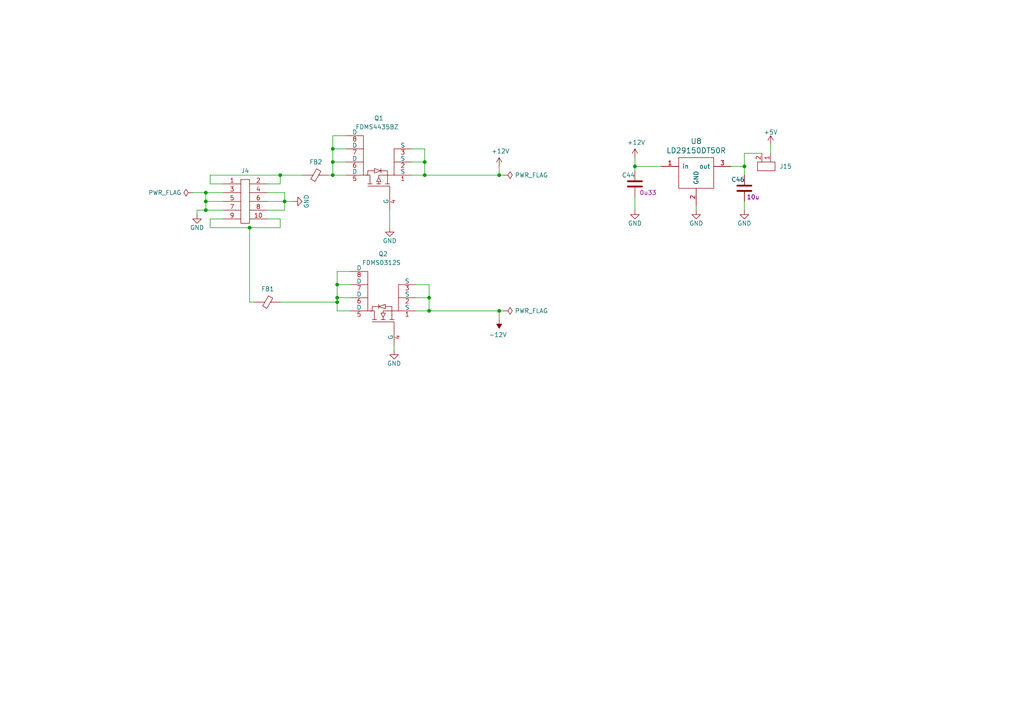
<source format=kicad_sch>
(kicad_sch (version 20211123) (generator eeschema)
  (paper "A4")
  (lib_symbols
    (symbol "capacitors_smd:0.33uf_0603_25V" (pin_numbers hide) (pin_names (offset 0.254))
      (property "Reference" "C" (at 0.635 2.54 0))
      (property "Display" "0u33" (at 5.461 0.127 0))
      (symbol "0.33uf_0603_25V_0_1"
        (polyline (pts (xy -2.032 -0.762) (xy 2.032 -0.762)) (stroke (width 0.508)))
        (polyline (pts (xy -2.032 0.762) (xy 2.032 0.762)) (stroke (width 0.508)))
      )
      (symbol "0.33uf_0603_25V_1_1"
        (pin passive line (at 0 3.81 270) (length 2.794) (name "~") (number "1"))
        (pin passive line (at 0 -3.81 90) (length 2.794) (name "~") (number "2"))
      )
    )
    (symbol "capacitors_smd:10uf_0603_25V" (pin_numbers hide) (pin_names (offset 0.254))
      (property "Reference" "C" (at 0.635 2.54 0))
      (property "Display" "10u" (at 5.461 0 0))
      (symbol "10uf_0603_25V_0_1"
        (polyline (pts (xy -2.032 -0.762) (xy 2.032 -0.762)) (stroke (width 0.508)))
        (polyline (pts (xy -2.032 0.762) (xy 2.032 0.762)) (stroke (width 0.508)))
      )
      (symbol "10uf_0603_25V_1_1"
        (pin passive line (at 0 3.81 270) (length 2.794) (name "~") (number "1"))
        (pin passive line (at 0 -3.81 90) (length 2.794) (name "~") (number "2"))
      )
    )
    (symbol "connectors:10_POS_PIN_HEADER_ALT" (pin_names (offset 1.016))
      (property "Reference" "J" (at 0 6.35 0))
      (symbol "10_POS_PIN_HEADER_ALT_0_1"
        (rectangle (start -1.27 5.08) (end 1.27 -7.62))
      )
      (symbol "10_POS_PIN_HEADER_ALT_1_1"
        (pin passive line (at -6.35 3.81 0) (length 5.08) (name "~") (number "1"))
        (pin passive line (at 6.35 -6.35 180) (length 5.08) (name "~") (number "10"))
        (pin passive line (at 6.35 3.81 180) (length 5.08) (name "~") (number "2"))
        (pin passive line (at -6.35 1.27 0) (length 5.08) (name "~") (number "3"))
        (pin passive line (at 6.35 1.27 180) (length 5.08) (name "~") (number "4"))
        (pin passive line (at -6.35 -1.27 0) (length 5.08) (name "~") (number "5"))
        (pin passive line (at 6.35 -1.27 180) (length 5.08) (name "~") (number "6"))
        (pin passive line (at -6.35 -3.81 0) (length 5.08) (name "~") (number "7"))
        (pin passive line (at 6.35 -3.81 180) (length 5.08) (name "~") (number "8"))
        (pin passive line (at -6.35 -6.35 0) (length 5.08) (name "~") (number "9"))
      )
    )
    (symbol "connectors:2x1_PIN_HEADER" (pin_names (offset 1.016))
      (property "Reference" "J" (at 0 0 0))
      (symbol "2x1_PIN_HEADER_0_1"
        (rectangle (start -2.54 1.27) (end 2.54 -1.27))
      )
      (symbol "2x1_PIN_HEADER_1_1"
        (pin passive line (at -1.27 -3.81 90) (length 2.54) (name "~") (number "1"))
        (pin passive line (at 1.27 -3.81 90) (length 2.54) (name "~") (number "2"))
      )
    )
    (symbol "inductors:FB_HZ0805" (pin_numbers hide) (pin_names (offset 0))
      (property "Reference" "FB" (at -1.27 4.064 0))
      (symbol "FB_HZ0805_0_1"
        (polyline (pts (xy -1.016 0) (xy -1.4224 0)))
        (polyline (pts (xy 1.27 0) (xy 0.6604 0)))
        (polyline (pts (xy -0.4064 -1.8288) (xy -1.6256 -1.1176) (xy 0.0762 1.8288) (xy 1.2954 1.1176) (xy -0.4064 -1.8288)))
      )
      (symbol "FB_HZ0805_1_1"
        (pin passive line (at -3.81 0 0) (length 2.54) (name "") (number "1"))
        (pin passive line (at 3.81 0 180) (length 2.54) (name "") (number "2"))
      )
    )
    (symbol "power:+12V" (power) (pin_names (offset 0))
      (property "Value" "+12V" (at 0 3.556 0))
      (symbol "+12V_0_1"
        (polyline (pts (xy -0.762 1.27) (xy 0 2.54)))
        (polyline (pts (xy 0 0) (xy 0 2.54)))
        (polyline (pts (xy 0 2.54) (xy 0.762 1.27)))
      )
      (symbol "+12V_1_1"
        (pin power_in line (at 0 0 90) (length 0) hide (name "+12V") (number "1"))
      )
    )
    (symbol "power:+5V" (power) (pin_names (offset 0))
      (property "Value" "+5V" (at 0 3.556 0))
      (symbol "+5V_0_1"
        (polyline (pts (xy -0.762 1.27) (xy 0 2.54)))
        (polyline (pts (xy 0 0) (xy 0 2.54)))
        (polyline (pts (xy 0 2.54) (xy 0.762 1.27)))
      )
      (symbol "+5V_1_1"
        (pin power_in line (at 0 0 90) (length 0) hide (name "+5V") (number "1"))
      )
    )
    (symbol "power:-12V" (power) (pin_names (offset 0))
      (property "Value" "-12V" (at 0 3.81 0))
      (symbol "-12V_0_0"
        (pin power_in line (at 0 0 90) (length 0) hide (name "-12V") (number "1"))
      )
      (symbol "-12V_0_1"
        (polyline (pts (xy 0 0) (xy 0 1.27) (xy 0.762 1.27) (xy 0 2.54) (xy -0.762 1.27) (xy 0 1.27)) (fill (type outline)))
      )
    )
    (symbol "power:GND" (power) (pin_names (offset 0))
      (property "Value" "GND" (at 0 -3.81 0))
      (symbol "GND_0_1"
        (polyline (pts (xy 0 0) (xy 0 -1.27) (xy 1.27 -1.27) (xy 0 -2.54) (xy -1.27 -1.27) (xy 0 -1.27)))
      )
      (symbol "GND_1_1"
        (pin power_in line (at 0 0 270) (length 0) hide (name "GND") (number "1"))
      )
    )
    (symbol "power:PWR_FLAG" (power) (pin_numbers hide) (pin_names (offset 0) hide)
      (property "Value" "PWR_FLAG" (at 0 3.81 0))
      (symbol "PWR_FLAG_0_0"
        (pin power_out line (at 0 0 90) (length 0) (name "pwr") (number "1"))
      )
      (symbol "PWR_FLAG_0_1"
        (polyline (pts (xy 0 0) (xy 0 1.27) (xy -1.016 1.905) (xy 0 2.54) (xy 1.016 1.905) (xy 0 1.27)))
      )
    )
    (symbol "regulators:LD29150DT50R" (pin_names (offset 1.016))
      (property "Reference" "U" (at 2.54 -3.81 0))
      (property "Value" "LD29150DT50R" (at 0 7.62 0))
      (symbol "LD29150DT50R_0_1"
        (rectangle (start -5.08 6.35) (end 5.08 -2.54))
      )
      (symbol "LD29150DT50R_1_1"
        (pin power_in line (at -10.16 3.81 0) (length 5.08) (name "in") (number "1"))
        (pin power_in line (at 0 -7.62 90) (length 5.08) (name "GND") (number "2"))
        (pin power_out line (at 10.16 3.81 180) (length 5.08) (name "out") (number "3"))
      )
    )
    (symbol "transistors:FDMS0312S " (pin_names (offset 0))
      (property "Reference" "Q" (at 3.81 -6.35 90))
      (property "Value" "FDMS0312S " (at -11.43 16.51 0))
      (symbol "FDMS0312S _0_1"
        (polyline (pts (xy -7.62 0) (xy -7.62 11.43)))
        (polyline (pts (xy -7.62 0) (xy -6.35 0)))
        (polyline (pts (xy -6.35 -2.54) (xy -5.08 -2.54)))
        (polyline (pts (xy -5.715 -2.54) (xy -5.715 -1.27)))
        (polyline (pts (xy -5.715 -1.27) (xy -5.715 -0.635)))
        (polyline (pts (xy -3.81 -2.54) (xy -2.54 -2.54)))
        (polyline (pts (xy -1.27 -2.54) (xy 0 -2.54)))
        (polyline (pts (xy -0.635 -2.54) (xy -0.635 -1.27)))
        (polyline (pts (xy -5.715 -0.635) (xy -5.715 0) (xy -6.35 0)))
        (polyline (pts (xy -0.635 -1.27) (xy -0.635 0) (xy 1.27 0)))
        (polyline (pts (xy 0 -5.08) (xy 0 -3.175) (xy -6.35 -3.175)))
        (polyline (pts (xy 1.27 0) (xy 1.27 3.81) (xy 1.27 7.62)))
        (polyline (pts (xy -4.445 1.27) (xy -6.35 1.27) (xy -6.35 0) (xy -6.985 0)))
        (polyline (pts (xy -4.445 1.27) (xy -4.445 0.635) (xy -4.445 1.27) (xy -4.445 1.905)))
        (polyline (pts (xy -0.635 0) (xy -0.635 1.27) (xy -2.54 1.27) (xy -2.54 1.905) (xy -4.445 1.27) (xy -2.54 0.635) (xy -2.54 1.27)))
        (polyline (pts (xy -3.175 -2.54) (xy -3.175 -1.905) (xy -3.81 -0.635) (xy -3.175 -1.905) (xy -2.54 -0.635) (xy -3.81 -0.635) (xy -3.175 -0.635) (xy -3.175 0) (xy -0.635 0)))
      )
      (symbol "FDMS0312S _1_1"
        (pin passive line (at 6.35 0 180) (length 5.08) (name "S") (number "1"))
        (pin passive line (at 6.35 3.81 180) (length 5.08) (name "S") (number "2"))
        (pin passive line (at 6.35 7.62 180) (length 5.08) (name "S") (number "3"))
        (pin passive line (at 0 -10.16 90) (length 5.08) (name "G") (number "4"))
        (pin passive line (at -12.7 0 0) (length 5.08) (name "D") (number "5"))
        (pin passive line (at -12.7 3.81 0) (length 5.08) (name "D") (number "6"))
        (pin passive line (at -12.7 7.62 0) (length 5.08) (name "D") (number "7"))
        (pin passive line (at -12.7 11.43 0) (length 5.08) (name "D") (number "8"))
      )
    )
    (symbol "transistors:FDMS4435BZ " (pin_names (offset 0))
      (property "Reference" "Q" (at 3.81 -6.35 90))
      (property "Value" "FDMS4435BZ " (at -11.43 16.51 0))
      (symbol "FDMS4435BZ _0_1"
        (polyline (pts (xy -7.62 0) (xy -7.62 11.43)))
        (polyline (pts (xy -7.62 0) (xy -6.35 0)))
        (polyline (pts (xy -6.35 -2.54) (xy -5.08 -2.54)))
        (polyline (pts (xy -5.715 -2.54) (xy -5.715 -1.27)))
        (polyline (pts (xy -5.715 -1.27) (xy -5.715 -0.635)))
        (polyline (pts (xy -3.81 -2.54) (xy -2.54 -2.54)))
        (polyline (pts (xy -1.27 -2.54) (xy 0 -2.54)))
        (polyline (pts (xy -0.635 -2.54) (xy -0.635 -1.27)))
        (polyline (pts (xy -5.715 -0.635) (xy -5.715 0) (xy -6.35 0)))
        (polyline (pts (xy -3.175 -0.635) (xy -3.175 0) (xy -0.635 0)))
        (polyline (pts (xy -2.54 1.27) (xy -0.635 1.27) (xy -0.635 0)))
        (polyline (pts (xy -2.54 1.905) (xy -2.54 0.635) (xy -2.54 1.27)))
        (polyline (pts (xy -0.635 -1.27) (xy -0.635 0) (xy 1.27 0)))
        (polyline (pts (xy 0 -5.08) (xy 0 -3.175) (xy -6.35 -3.175)))
        (polyline (pts (xy 1.27 0) (xy 1.27 3.81) (xy 1.27 7.62)))
        (polyline (pts (xy -4.445 1.27) (xy -6.35 1.27) (xy -6.35 0) (xy -6.985 0)))
        (polyline (pts (xy -4.445 1.905) (xy -4.445 0.635) (xy -2.54 1.27) (xy -4.445 1.905) (xy -2.54 1.27)))
        (polyline (pts (xy -3.175 -2.54) (xy -3.175 -1.905) (xy -3.81 -1.905) (xy -3.175 -0.635) (xy -2.54 -1.905) (xy -3.175 -1.905)))
      )
      (symbol "FDMS4435BZ _1_1"
        (pin passive line (at 6.35 0 180) (length 5.08) (name "S") (number "1"))
        (pin passive line (at 6.35 3.81 180) (length 5.08) (name "S") (number "2"))
        (pin passive line (at 6.35 7.62 180) (length 5.08) (name "S") (number "3"))
        (pin passive line (at 0 -10.16 90) (length 5.08) (name "G") (number "4"))
        (pin passive line (at -12.7 0 0) (length 5.08) (name "D") (number "5"))
        (pin passive line (at -12.7 3.81 0) (length 5.08) (name "D") (number "6"))
        (pin passive line (at -12.7 7.62 0) (length 5.08) (name "D") (number "7"))
        (pin passive line (at -12.7 11.43 0) (length 5.08) (name "D") (number "8"))
      )
    )
  )
  (junction (at 59.69 58.42))
  (junction (at 96.52 43.18))
  (junction (at 123.19 50.8))
  (junction (at 96.52 50.8))
  (junction (at 123.19 46.99))
  (junction (at 184.15 48.26))
  (junction (at 97.79 86.36))
  (junction (at 144.78 90.17))
  (junction (at 144.78 50.8))
  (junction (at 59.69 55.88))
  (junction (at 96.52 46.99))
  (junction (at 124.46 86.36))
  (junction (at 215.9 48.26))
  (junction (at 72.39 66.04))
  (junction (at 59.69 60.96))
  (junction (at 82.55 58.42))
  (junction (at 97.79 87.63))
  (junction (at 124.46 90.17))
  (junction (at 97.79 82.55))
  (junction (at 81.28 50.8))
  (wire (pts (xy 85.09 58.42) (xy 82.55 58.42)))
  (wire (pts (xy 55.88 55.88) (xy 59.69 55.88)))
  (wire (pts (xy 146.05 50.8) (xy 144.78 50.8)))
  (wire (pts (xy 96.52 46.99) (xy 100.33 46.99)))
  (wire (pts (xy 101.6 90.17) (xy 97.79 90.17)))
  (wire (pts (xy 101.6 82.55) (xy 97.79 82.55)))
  (wire (pts (xy 184.15 48.26) (xy 184.15 49.53)))
  (wire (pts (xy 95.25 50.8) (xy 96.52 50.8)))
  (wire (pts (xy 72.39 66.04) (xy 81.28 66.04)))
  (wire (pts (xy 184.15 48.26) (xy 184.15 45.72)))
  (wire (pts (xy 120.65 82.55) (xy 124.46 82.55)))
  (wire (pts (xy 81.28 53.34) (xy 81.28 50.8)))
  (wire (pts (xy 215.9 60.96) (xy 215.9 58.42)))
  (wire (pts (xy 97.79 82.55) (xy 97.79 86.36)))
  (wire (pts (xy 101.6 86.36) (xy 97.79 86.36)))
  (wire (pts (xy 119.38 46.99) (xy 123.19 46.99)))
  (wire (pts (xy 81.28 50.8) (xy 60.96 50.8)))
  (wire (pts (xy 144.78 90.17) (xy 144.78 92.71)))
  (wire (pts (xy 96.52 43.18) (xy 96.52 46.99)))
  (wire (pts (xy 97.79 86.36) (xy 97.79 87.63)))
  (wire (pts (xy 77.47 58.42) (xy 82.55 58.42)))
  (wire (pts (xy 81.28 87.63) (xy 97.79 87.63)))
  (wire (pts (xy 96.52 43.18) (xy 100.33 43.18)))
  (wire (pts (xy 60.96 53.34) (xy 64.77 53.34)))
  (wire (pts (xy 59.69 55.88) (xy 59.69 58.42)))
  (wire (pts (xy 96.52 39.37) (xy 100.33 39.37)))
  (wire (pts (xy 57.15 60.96) (xy 57.15 62.23)))
  (wire (pts (xy 77.47 55.88) (xy 82.55 55.88)))
  (wire (pts (xy 215.9 44.45) (xy 220.98 44.45)))
  (wire (pts (xy 77.47 63.5) (xy 81.28 63.5)))
  (wire (pts (xy 113.03 60.96) (xy 113.03 66.04)))
  (wire (pts (xy 59.69 58.42) (xy 64.77 58.42)))
  (wire (pts (xy 82.55 55.88) (xy 82.55 58.42)))
  (wire (pts (xy 59.69 60.96) (xy 57.15 60.96)))
  (wire (pts (xy 60.96 66.04) (xy 72.39 66.04)))
  (wire (pts (xy 120.65 86.36) (xy 124.46 86.36)))
  (wire (pts (xy 77.47 53.34) (xy 81.28 53.34)))
  (wire (pts (xy 119.38 50.8) (xy 123.19 50.8)))
  (wire (pts (xy 72.39 66.04) (xy 72.39 87.63)))
  (wire (pts (xy 96.52 50.8) (xy 100.33 50.8)))
  (wire (pts (xy 59.69 55.88) (xy 64.77 55.88)))
  (wire (pts (xy 123.19 50.8) (xy 144.78 50.8)))
  (wire (pts (xy 123.19 43.18) (xy 123.19 46.99)))
  (wire (pts (xy 119.38 43.18) (xy 123.19 43.18)))
  (wire (pts (xy 81.28 50.8) (xy 87.63 50.8)))
  (wire (pts (xy 212.09 48.26) (xy 215.9 48.26)))
  (wire (pts (xy 144.78 48.26) (xy 144.78 50.8)))
  (wire (pts (xy 96.52 46.99) (xy 96.52 50.8)))
  (wire (pts (xy 77.47 60.96) (xy 82.55 60.96)))
  (wire (pts (xy 191.77 48.26) (xy 184.15 48.26)))
  (wire (pts (xy 215.9 50.8) (xy 215.9 48.26)))
  (wire (pts (xy 184.15 57.15) (xy 184.15 60.96)))
  (wire (pts (xy 215.9 48.26) (xy 215.9 44.45)))
  (wire (pts (xy 59.69 58.42) (xy 59.69 60.96)))
  (wire (pts (xy 146.05 90.17) (xy 144.78 90.17)))
  (wire (pts (xy 124.46 90.17) (xy 144.78 90.17)))
  (wire (pts (xy 97.79 78.74) (xy 97.79 82.55)))
  (wire (pts (xy 114.3 100.33) (xy 114.3 101.6)))
  (wire (pts (xy 201.93 59.69) (xy 201.93 60.96)))
  (wire (pts (xy 60.96 63.5) (xy 64.77 63.5)))
  (wire (pts (xy 120.65 90.17) (xy 124.46 90.17)))
  (wire (pts (xy 82.55 58.42) (xy 82.55 60.96)))
  (wire (pts (xy 124.46 82.55) (xy 124.46 86.36)))
  (wire (pts (xy 60.96 50.8) (xy 60.96 53.34)))
  (wire (pts (xy 124.46 86.36) (xy 124.46 90.17)))
  (wire (pts (xy 96.52 43.18) (xy 96.52 39.37)))
  (wire (pts (xy 60.96 63.5) (xy 60.96 66.04)))
  (wire (pts (xy 97.79 78.74) (xy 101.6 78.74)))
  (wire (pts (xy 97.79 90.17) (xy 97.79 87.63)))
  (wire (pts (xy 81.28 66.04) (xy 81.28 63.5)))
  (wire (pts (xy 123.19 46.99) (xy 123.19 50.8)))
  (wire (pts (xy 59.69 60.96) (xy 64.77 60.96)))
  (wire (pts (xy 223.52 41.91) (xy 223.52 44.45)))
  (wire (pts (xy 72.39 87.63) (xy 73.66 87.63)))
  (symbol (lib_id "power:+12V") (at 184.15 45.72 0) (unit 1)
    (property "Reference" "#PWR055" (effects hide))
    (property "Value" "+12V" (at 184.531 41.3258 0))
  )
  (symbol (lib_id "power:GND") (at 113.03 66.04 0) (unit 1)
    (property "Reference" "#PWR038" (effects hide))
    (property "Value" "GND" (at 113.03 69.85 0))
  )
  (symbol (lib_id "power:PWR_FLAG") (at 146.05 50.8 270) (unit 1)
    (property "Reference" "#FLG05" (effects hide))
    (property "Value" "PWR_FLAG" (at 149.3012 50.8 90) (effects (justify left)))
  )
  (symbol (lib_id "power:PWR_FLAG") (at 55.88 55.88 90) (unit 1)
    (property "Reference" "#FLG03" (effects hide))
    (property "Value" "PWR_FLAG" (at 52.6542 55.88 90) (effects (justify left)))
  )
  (symbol (lib_id "power:GND") (at 57.15 62.23 0) (unit 1)
    (property "Reference" "#PWR032" (effects hide))
    (property "Value" "GND" (at 57.15 66.04 0))
  )
  (symbol (lib_id "regulators:LD29150DT50R") (at 201.93 52.07 0) (unit 1)
    (property "Reference" "U8" (at 201.93 40.9702 0) (effects (font (size 1.524 1.524))))
    (property "Value" "LD29150DT50R" (at 201.93 43.6626 0) (effects (font (size 1.524 1.524))))
    (property "Footprint" "converters:TO-252-3_ST" (effects hide))
    (property "Datasheet" "https://www.mouser.com/datasheet/2/389/cd00003403-1796235.pdf" (effects hide))
    (property "Manufacturer" " STMicroelectronics " (effects hide))
    (property "Part Number" " LD29150DT50R " (effects hide))
    (property "IPN" "ANA-005-000" (effects hide))
  )
  (symbol (lib_id "power:GND") (at 85.09 58.42 90) (unit 1)
    (property "Reference" "#PWR034" (effects hide))
    (property "Value" "GND" (at 88.9 58.42 0))
  )
  (symbol (lib_id "power:GND") (at 201.93 60.96 0) (unit 1)
    (property "Reference" "#PWR058" (effects hide))
    (property "Value" "GND" (at 201.93 64.77 0))
  )
  (symbol (lib_id "power:GND") (at 215.9 60.96 0) (unit 1)
    (property "Reference" "#PWR061" (effects hide))
    (property "Value" "GND" (at 215.9 64.77 0))
  )
  (symbol (lib_id "power:GND") (at 184.15 60.96 0) (unit 1)
    (property "Reference" "#PWR056" (effects hide))
    (property "Value" "GND" (at 184.15 64.77 0))
  )
  (symbol (lib_id "power:+12V") (at 144.78 48.26 0) (unit 1)
    (property "Reference" "#PWR041" (effects hide))
    (property "Value" "+12V" (at 145.161 43.8658 0))
  )
  (symbol (lib_id "power:+5V") (at 223.52 41.91 0) (unit 1)
    (property "Reference" "#PWR060" (effects hide))
    (property "Value" "+5V" (at 223.52 38.354 0))
  )
  (symbol (lib_id "power:PWR_FLAG") (at 146.05 90.17 270) (unit 1)
    (property "Reference" "#FLG02" (effects hide))
    (property "Value" "PWR_FLAG" (at 149.3012 90.17 90) (effects (justify left)))
  )
  (symbol (lib_id "connectors:10_POS_PIN_HEADER_ALT") (at 71.12 57.15 0) (unit 1)
    (property "Reference" "J4" (at 71.12 49.53 0))
    (property "Value" "10_POS_PIN_HEADER_ALT" (effects hide))
    (property "Footprint" "connectors:05x02_2.54_pitch_pin_header" (effects hide))
    (property "Datasheet" "https://www.mouser.com/datasheet/2/445/61201021621-1717731.pdf" (effects hide))
    (property "Manufacturer" "Wurth Elektronik " (effects hide))
    (property "Part Number" "61201021621 " (effects hide))
    (property "IPN" "CON-011-001" (effects hide))
  )
  (symbol (lib_id "inductors:FB_HZ0805") (at 91.44 50.8 180) (unit 1)
    (property "Reference" "FB2" (at 91.6051 46.99 0))
    (property "Value" "FB_HZ0805" (effects hide))
    (property "Footprint" "inductance_ferrite:FB_HZ0805" (effects hide))
    (property "Datasheet" "https://www.mouser.com/datasheet/2/987/Laird_10092020_Laird_MCP_Catalog_EMI_Filtering_and-1947796.pdf" (effects hide))
    (property "Manufacturer" " Laird Performance Materials " (effects hide))
    (property "Part Number" "HZ0805C202R-10" (effects hide))
    (property "IPN" "IND-007-000" (effects hide))
  )
  (symbol (lib_id "inductors:FB_HZ0805") (at 77.47 87.63 180) (unit 1)
    (property "Reference" "FB1" (at 77.6351 83.82 0))
    (property "Value" "FB_HZ0805" (effects hide))
    (property "Footprint" "inductance_ferrite:FB_HZ0805" (effects hide))
    (property "Datasheet" "https://www.mouser.com/datasheet/2/987/Laird_10092020_Laird_MCP_Catalog_EMI_Filtering_and-1947796.pdf" (effects hide))
    (property "Manufacturer" " Laird Performance Materials " (effects hide))
    (property "Part Number" "HZ0805C202R-10" (effects hide))
    (property "IPN" "IND-007-000" (effects hide))
  )
  (symbol (lib_id "power:GND") (at 114.3 101.6 0) (unit 1)
    (property "Reference" "#PWR03" (effects hide))
    (property "Value" "GND" (at 114.3 105.41 0))
  )
  (symbol (lib_id "power:-12V") (at 144.78 92.71 180) (unit 1)
    (property "Reference" "#PWR04" (effects hide))
    (property "Value" "-12V" (at 144.399 97.1042 0))
  )
  (symbol (lib_id "transistors:FDMS0312S ") (at 114.3 90.17 0) (unit 1)
    (property "Reference" "Q2" (at 111.125 73.66 0))
    (property "Value" "FDMS0312S " (at 111.125 76.2 0))
    (property "Footprint" "transistors:Power-56-8" (effects hide))
    (property "Datasheet" "https://www.mouser.com/datasheet/2/308/1/FDMS0312S_D-2312821.pdf" (effects hide))
    (property "Manufacturer" "onsemi / Fairchild " (effects hide))
    (property "Part Number" "FDMS0312S " (effects hide))
    (property "IPN" "TRA-008-000" (effects hide))
  )
  (symbol (lib_id "capacitors_smd:0.33uf_0603_25V") (at 184.15 53.34 0) (unit 1)
    (property "Reference" "C44" (at 180.34 50.8 0) (effects (justify left)))
    (property "Value" "0.33uf_0603_25V" (effects hide))
    (property "Footprint" "capacitors:SMD_0603[1608]" (effects hide))
    (property "Datasheet" "https://www.mouser.com/datasheet/2/447/yago_s_a0011723860_1-2286802.pdf" (effects hide))
    (property "Manufacturer" "YAGEO" (effects hide))
    (property "Part Number" "CC0603KRX7R8BB334 " (effects hide))
    (property "Display" "0u33" (at 187.96 55.88 0))
    (property "IPN" "CAP-007-0000" (effects hide))
  )
  (symbol (lib_id "transistors:FDMS4435BZ ") (at 113.03 50.8 0) (unit 1)
    (property "Reference" "Q1" (at 109.855 34.29 0))
    (property "Value" "FDMS4435BZ " (at 109.855 36.83 0))
    (property "Footprint" "transistors:Power-56-8" (effects hide))
    (property "Datasheet" "https://datasheet.octopart.com/FDMS4435BZ-ON-Semiconductor-datasheet-139010446.pdf" (effects hide))
    (property "Manufacturer" "onsemi / Fairchild " (effects hide))
    (property "Part Number" "FDMS4435BZ " (effects hide))
    (property "IPN" "TRA-009-000" (effects hide))
  )
  (symbol (lib_id "capacitors_smd:10uf_0603_25V") (at 215.9 54.61 0) (unit 1)
    (property "Reference" "C46" (at 212.09 52.07 0) (effects (justify left)))
    (property "Value" "10uf_0603_25V" (effects hide))
    (property "Footprint" "capacitors:SMD_0603[1608]" (effects hide))
    (property "Datasheet" "https://search.murata.co.jp/Ceramy/image/img/A01X/G101/ENG/GRT188R61E106ME13-01.pdf" (effects hide))
    (property "Manufacturer" "Murata Electronics" (effects hide))
    (property "Part Number" "GRT188R61E106ME13D" (effects hide))
    (property "Display" "10u" (at 218.44 57.15 0))
    (property "IPN" "CAP-011-0000" (effects hide))
  )
  (symbol (lib_id "connectors:2x1_PIN_HEADER") (at 222.25 48.26 180) (unit 1)
    (property "Reference" "J15" (at 226.06 48.2599 0) (effects (justify right)))
    (property "Value" "2x1_PIN_HEADER" (effects hide))
    (property "Footprint" "connectors:02x01_2.54_pitch_pin_header" (effects hide))
    (property "Datasheet" "https://cdn.amphenol-cs.com/media/wysiwyg/files/documentation/datasheet/boardwiretoboard/bwb_bergstik.pdf" (effects hide))
    (property "Manufacturer" " Amphenol FCI " (effects hide))
    (property "Part Number" "67996-400HLF" (effects hide))
    (property "IPN" "CON-030-000" (effects hide))
  )
)
</source>
